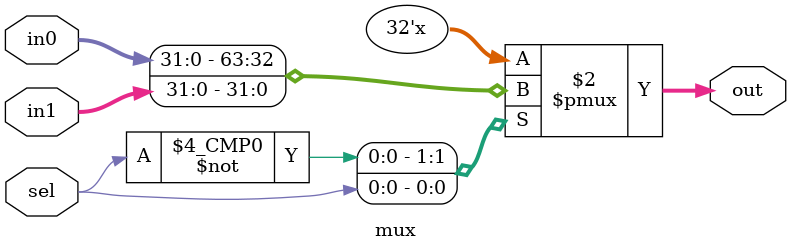
<source format=sv>
`timescale 1 ns / 1 ps
module mux(
    input logic [31:0] in0, in1, //input on 32 bits
    input logic sel, 
    output logic [31:0] out // exit mux on 32 bits
);
    // MUX logic
    always_comb begin
        case(sel)
            1'b0: out = in0;
            1'b1: out = in1;
            default: out = 32'b0;
        endcase
    end
endmodule
</source>
